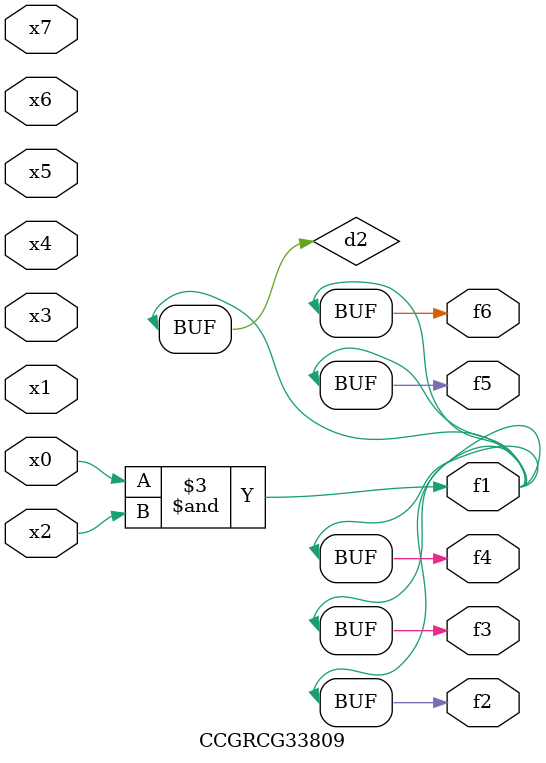
<source format=v>
module CCGRCG33809(
	input x0, x1, x2, x3, x4, x5, x6, x7,
	output f1, f2, f3, f4, f5, f6
);

	wire d1, d2;

	nor (d1, x3, x6);
	and (d2, x0, x2);
	assign f1 = d2;
	assign f2 = d2;
	assign f3 = d2;
	assign f4 = d2;
	assign f5 = d2;
	assign f6 = d2;
endmodule

</source>
